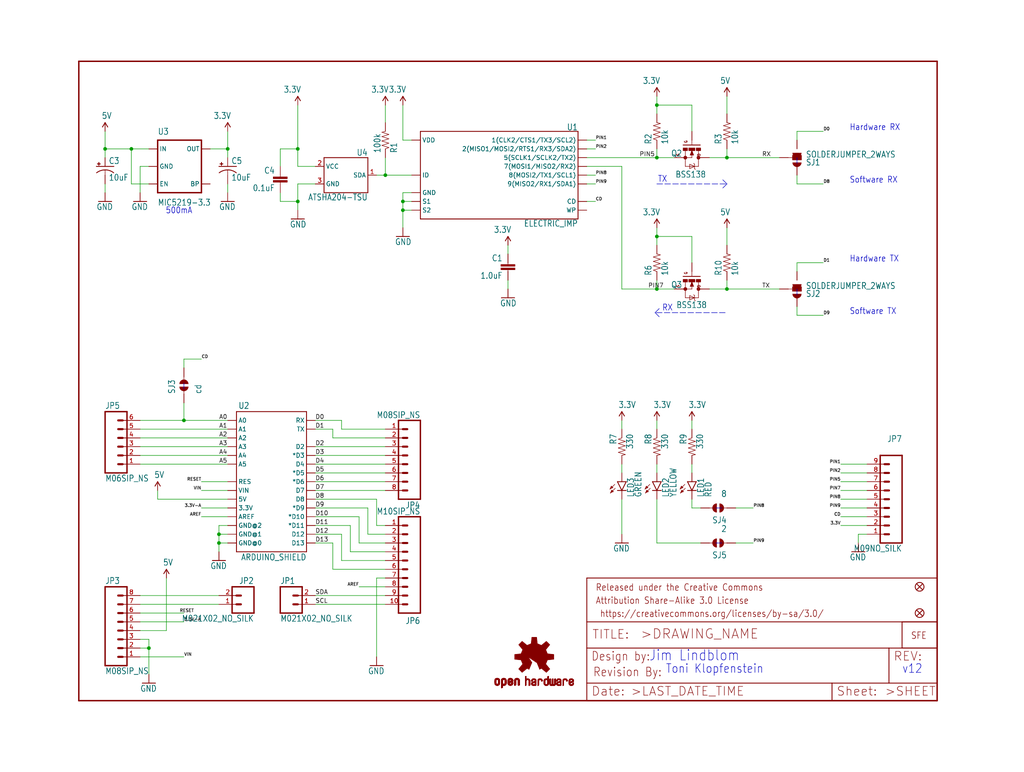
<source format=kicad_sch>
(kicad_sch (version 20211123) (generator eeschema)
  (paper "User" 297.002 223.926)
  (lib_symbols
    (symbol "eagleSchem-eagle-import:0.1UF-25V(+80{slash}-20%)(0603)"
      (property "Reference" "C" (at 1.524 2.921 0))
      (property "Value" "0.1UF-25V(+80{slash}-20%)(0603)" (at 1.524 -2.159 0))
      (symbol "0.1UF-25V(+80{slash}-20%)(0603)_1_0"
        (pin passive line (at 0 5.08 270) (length 2.54) (name "1") (number "1"))
        (pin passive line (at 0 -2.54 90) (length 2.54) (name "2") (number "2"))
      )
    )
    (symbol "eagleSchem-eagle-import:1.0UF-16V-10%(0603)"
      (property "Reference" "C" (at 1.524 2.921 0))
      (property "Value" "1.0UF-16V-10%(0603)" (at 1.524 -2.159 0))
      (symbol "1.0UF-16V-10%(0603)_1_0"
        (pin passive line (at 0 5.08 270) (length 2.54) (name "1") (number "1"))
        (pin passive line (at 0 -2.54 90) (length 2.54) (name "2") (number "2"))
      )
    )
    (symbol "eagleSchem-eagle-import:100KOHM1{slash}10W1%(0603)"
      (property "Reference" "R" (at -3.81 1.4986 0))
      (property "Value" "100KOHM1{slash}10W1%(0603)" (at -3.81 -3.302 0))
      (symbol "100KOHM1{slash}10W1%(0603)_1_0"
        (pin passive line (at -5.08 0 0) (length 2.54) (name "1") (number "1"))
        (pin passive line (at 5.08 0 180) (length 2.54) (name "2") (number "2"))
      )
    )
    (symbol "eagleSchem-eagle-import:10KOHM1{slash}10W1%(0603)0603"
      (property "Reference" "R" (at -3.81 1.4986 0))
      (property "Value" "10KOHM1{slash}10W1%(0603)0603" (at -3.81 -3.302 0))
      (symbol "10KOHM1{slash}10W1%(0603)0603_1_0"
        (pin passive line (at -5.08 0 0) (length 2.54) (name "1") (number "1"))
        (pin passive line (at 5.08 0 180) (length 2.54) (name "2") (number "2"))
      )
    )
    (symbol "eagleSchem-eagle-import:10UF-16V-10%(TANT)"
      (property "Reference" "C" (at 1.016 0.635 0))
      (property "Value" "10UF-16V-10%(TANT)" (at 1.016 -4.191 0))
      (symbol "10UF-16V-10%(TANT)_1_0"
        (pin passive line (at 0 2.54 270) (length 2.54) (name "+") (number "A"))
        (pin passive line (at 0 -5.08 90) (length 2.54) (name "-") (number "C"))
      )
    )
    (symbol "eagleSchem-eagle-import:3.3V" (power)
      (property "Value" "3.3V" (at -1.016 3.556 0))
      (symbol "3.3V_1_0"
        (pin power_in line (at 0 0 90) (length 2.54) (name "3.3V") (number "1"))
      )
    )
    (symbol "eagleSchem-eagle-import:330OHM1{slash}10W1%(0603)"
      (property "Reference" "R" (at -3.81 1.4986 0))
      (property "Value" "330OHM1{slash}10W1%(0603)" (at -3.81 -3.302 0))
      (symbol "330OHM1{slash}10W1%(0603)_1_0"
        (pin passive line (at -5.08 0 0) (length 2.54) (name "1") (number "1"))
        (pin passive line (at 5.08 0 180) (length 2.54) (name "2") (number "2"))
      )
    )
    (symbol "eagleSchem-eagle-import:5V" (power)
      (property "Value" "5V" (at -1.016 3.556 0))
      (symbol "5V_1_0"
        (pin power_in line (at 0 0 90) (length 2.54) (name "5V") (number "1"))
      )
    )
    (symbol "eagleSchem-eagle-import:ARDUINO_SHIELDNOHOLESORLABELS"
      (property "Reference" "U" (at -9.652 21.082 0))
      (property "Value" "ARDUINO_SHIELDNOHOLESORLABELS" (at -8.89 -22.86 0))
      (symbol "ARDUINO_SHIELDNOHOLESORLABELS_1_0"
        (pin bidirectional line (at -12.7 -7.62 0) (length 2.54) (name "3.3V") (number "3.3V"))
        (pin bidirectional line (at -12.7 -5.08 0) (length 2.54) (name "5V") (number "5V"))
        (pin bidirectional line (at -12.7 17.78 0) (length 2.54) (name "A0") (number "A0"))
        (pin bidirectional line (at -12.7 15.24 0) (length 2.54) (name "A1") (number "A1"))
        (pin bidirectional line (at -12.7 12.7 0) (length 2.54) (name "A2") (number "A2"))
        (pin bidirectional line (at -12.7 10.16 0) (length 2.54) (name "A3") (number "A3"))
        (pin bidirectional line (at -12.7 7.62 0) (length 2.54) (name "A4") (number "A4"))
        (pin bidirectional line (at -12.7 5.08 0) (length 2.54) (name "A5") (number "A5"))
        (pin bidirectional line (at -12.7 -10.16 0) (length 2.54) (name "AREF") (number "AREF"))
        (pin bidirectional line (at 12.7 -10.16 180) (length 2.54) (name "*D10") (number "D10"))
        (pin bidirectional line (at 12.7 -12.7 180) (length 2.54) (name "*D11") (number "D11"))
        (pin bidirectional line (at 12.7 -15.24 180) (length 2.54) (name "D12") (number "D12"))
        (pin bidirectional line (at 12.7 -17.78 180) (length 2.54) (name "D13") (number "D13"))
        (pin bidirectional line (at 12.7 10.16 180) (length 2.54) (name "D2") (number "D2"))
        (pin bidirectional line (at 12.7 7.62 180) (length 2.54) (name "*D3") (number "D3"))
        (pin bidirectional line (at 12.7 5.08 180) (length 2.54) (name "D4") (number "D4"))
        (pin bidirectional line (at 12.7 2.54 180) (length 2.54) (name "*D5") (number "D5"))
        (pin bidirectional line (at 12.7 0 180) (length 2.54) (name "*D6") (number "D6"))
        (pin bidirectional line (at 12.7 -2.54 180) (length 2.54) (name "D7") (number "D7"))
        (pin bidirectional line (at 12.7 -5.08 180) (length 2.54) (name "D8") (number "D8"))
        (pin bidirectional line (at 12.7 -7.62 180) (length 2.54) (name "*D9") (number "D9"))
        (pin bidirectional line (at -12.7 -17.78 0) (length 2.54) (name "GND@0") (number "GND@0"))
        (pin bidirectional line (at -12.7 -15.24 0) (length 2.54) (name "GND@1") (number "GND@1"))
        (pin bidirectional line (at -12.7 -12.7 0) (length 2.54) (name "GND@2") (number "GND@2"))
        (pin bidirectional line (at -12.7 0 0) (length 2.54) (name "RES") (number "RES"))
        (pin bidirectional line (at 12.7 17.78 180) (length 2.54) (name "RX") (number "RX"))
        (pin bidirectional line (at 12.7 15.24 180) (length 2.54) (name "TX") (number "TX"))
        (pin bidirectional line (at -12.7 -2.54 0) (length 2.54) (name "VIN") (number "VIN"))
      )
    )
    (symbol "eagleSchem-eagle-import:ATSHA204-TSU"
      (property "Reference" "U" (at -7.62 5.588 0))
      (property "Value" "ATSHA204-TSU" (at -7.62 -7.366 0))
      (symbol "ATSHA204-TSU_1_0"
        (pin bidirectional line (at -10.16 0 0) (length 2.54) (name "SDA") (number "1"))
        (pin bidirectional line (at 7.62 2.54 180) (length 2.54) (name "VCC") (number "2"))
        (pin bidirectional line (at 7.62 -2.54 180) (length 2.54) (name "GND") (number "3"))
      )
    )
    (symbol "eagleSchem-eagle-import:ELECTRIC_IMP"
      (property "Reference" "U" (at -22.86 12.954 0))
      (property "Value" "ELECTRIC_IMP" (at -22.86 -14.986 0))
      (symbol "ELECTRIC_IMP_1_0"
        (pin bidirectional line (at -25.4 10.16 0) (length 2.54) (name "1(CLK2/CTS1/TX3/SCL2)") (number "1"))
        (pin bidirectional line (at -25.4 7.62 0) (length 2.54) (name "2(MISO1/MOSI2/RTS1/RX3/SDA2)") (number "2"))
        (pin bidirectional line (at 25.4 -5.08 180) (length 2.54) (name "GND") (number "3"))
        (pin bidirectional line (at 25.4 10.16 180) (length 2.54) (name "VDD") (number "4"))
        (pin bidirectional line (at -25.4 5.08 0) (length 2.54) (name "5(SCLK1/SCLK2/TX2)") (number "5"))
        (pin bidirectional line (at 25.4 0 180) (length 2.54) (name "ID") (number "6"))
        (pin bidirectional line (at -25.4 2.54 0) (length 2.54) (name "7(MOSI1/MISO2/RX2)") (number "7"))
        (pin bidirectional line (at -25.4 0 0) (length 2.54) (name "8(MOSI2/TX1/SCL1)") (number "8"))
        (pin bidirectional line (at -25.4 -2.54 0) (length 2.54) (name "9(MISO2/RX1/SDA1)") (number "9"))
        (pin bidirectional line (at -25.4 -7.62 0) (length 2.54) (name "CD") (number "CD"))
        (pin bidirectional line (at 25.4 -7.62 180) (length 2.54) (name "S1") (number "SH@1"))
        (pin bidirectional line (at 25.4 -10.16 180) (length 2.54) (name "S2") (number "SH@2"))
        (pin bidirectional line (at -25.4 -10.16 0) (length 2.54) (name "WP") (number "WP"))
      )
    )
    (symbol "eagleSchem-eagle-import:FIDUCIAL1X2")
    (symbol "eagleSchem-eagle-import:FRAME-LETTER"
      (symbol "FRAME-LETTER_2_0"
        (text " https://creativecommons.org/licenses/by-sa/3.0/" (at 2.54 24.13 0) (effects (font (size 1.9304 1.6408)) (justify left bottom)))
        (text ">DRAWING_NAME" (at 15.494 17.78 0) (effects (font (size 2.7432 2.7432)) (justify left bottom)))
        (text ">LAST_DATE_TIME" (at 12.7 1.27 0) (effects (font (size 2.54 2.54)) (justify left bottom)))
        (text ">SHEET" (at 86.36 1.27 0) (effects (font (size 2.54 2.54)) (justify left bottom)))
        (text "Attribution Share-Alike 3.0 License" (at 2.54 27.94 0) (effects (font (size 1.9304 1.6408)) (justify left bottom)))
        (text "Date:" (at 1.27 1.27 0) (effects (font (size 2.54 2.54)) (justify left bottom)))
        (text "Design by:" (at 1.27 11.43 0) (effects (font (size 2.54 2.159)) (justify left bottom)))
        (text "Released under the Creative Commons" (at 2.54 31.75 0) (effects (font (size 1.9304 1.6408)) (justify left bottom)))
        (text "REV:" (at 88.9 11.43 0) (effects (font (size 2.54 2.54)) (justify left bottom)))
        (text "Sheet:" (at 72.39 1.27 0) (effects (font (size 2.54 2.54)) (justify left bottom)))
        (text "TITLE:" (at 1.524 17.78 0) (effects (font (size 2.54 2.54)) (justify left bottom)))
      )
    )
    (symbol "eagleSchem-eagle-import:GND" (power)
      (property "Value" "GND" (at -2.54 -2.54 0))
      (symbol "GND_1_0"
        (pin power_in line (at 0 2.54 270) (length 2.54) (name "GND") (number "1"))
      )
    )
    (symbol "eagleSchem-eagle-import:LED-GREEN0603"
      (property "Reference" "D" (at 3.556 -4.572 90))
      (property "Value" "LED-GREEN0603" (at 5.715 -4.572 90))
      (symbol "LED-GREEN0603_1_0"
        (pin passive line (at 0 2.54 270) (length 2.54) (name "A") (number "A"))
        (pin passive line (at 0 -5.08 90) (length 2.54) (name "C") (number "C"))
      )
    )
    (symbol "eagleSchem-eagle-import:LED-RED0603"
      (property "Reference" "D" (at 3.556 -4.572 90))
      (property "Value" "LED-RED0603" (at 5.715 -4.572 90))
      (symbol "LED-RED0603_1_0"
        (pin passive line (at 0 2.54 270) (length 2.54) (name "A") (number "A"))
        (pin passive line (at 0 -5.08 90) (length 2.54) (name "C") (number "C"))
      )
    )
    (symbol "eagleSchem-eagle-import:LED-YELLOW0603"
      (property "Reference" "D" (at 3.556 -4.572 90))
      (property "Value" "LED-YELLOW0603" (at 5.715 -4.572 90))
      (symbol "LED-YELLOW0603_1_0"
        (pin passive line (at 0 2.54 270) (length 2.54) (name "A") (number "A"))
        (pin passive line (at 0 -5.08 90) (length 2.54) (name "C") (number "C"))
      )
    )
    (symbol "eagleSchem-eagle-import:LOGO-SFENW2"
      (symbol "LOGO-SFENW2_1_0"
        (text "SFE" (at 0 0 0) (effects (font (size 1.9304 1.6408)) (justify left bottom)))
      )
    )
    (symbol "eagleSchem-eagle-import:M021X02_NO_SILK"
      (property "Reference" "JP" (at -2.54 5.842 0))
      (property "Value" "M021X02_NO_SILK" (at -2.54 -5.08 0))
      (symbol "M021X02_NO_SILK_1_0"
        (pin passive line (at 7.62 0 180) (length 5.08) (name "1") (number "1"))
        (pin passive line (at 7.62 2.54 180) (length 5.08) (name "2") (number "2"))
      )
    )
    (symbol "eagleSchem-eagle-import:M06SIP_NS"
      (property "Reference" "JP" (at -5.08 10.922 0))
      (property "Value" "M06SIP_NS" (at -5.08 -10.16 0))
      (symbol "M06SIP_NS_1_0"
        (pin passive line (at 5.08 -5.08 180) (length 5.08) (name "1") (number "1"))
        (pin passive line (at 5.08 -2.54 180) (length 5.08) (name "2") (number "2"))
        (pin passive line (at 5.08 0 180) (length 5.08) (name "3") (number "3"))
        (pin passive line (at 5.08 2.54 180) (length 5.08) (name "4") (number "4"))
        (pin passive line (at 5.08 5.08 180) (length 5.08) (name "5") (number "5"))
        (pin passive line (at 5.08 7.62 180) (length 5.08) (name "6") (number "6"))
      )
    )
    (symbol "eagleSchem-eagle-import:M08SIP_NS"
      (property "Reference" "JP" (at -5.08 13.462 0))
      (property "Value" "M08SIP_NS" (at -5.08 -12.7 0))
      (symbol "M08SIP_NS_1_0"
        (pin passive line (at 5.08 -7.62 180) (length 5.08) (name "1") (number "1"))
        (pin passive line (at 5.08 -5.08 180) (length 5.08) (name "2") (number "2"))
        (pin passive line (at 5.08 -2.54 180) (length 5.08) (name "3") (number "3"))
        (pin passive line (at 5.08 0 180) (length 5.08) (name "4") (number "4"))
        (pin passive line (at 5.08 2.54 180) (length 5.08) (name "5") (number "5"))
        (pin passive line (at 5.08 5.08 180) (length 5.08) (name "6") (number "6"))
        (pin passive line (at 5.08 7.62 180) (length 5.08) (name "7") (number "7"))
        (pin passive line (at 5.08 10.16 180) (length 5.08) (name "8") (number "8"))
      )
    )
    (symbol "eagleSchem-eagle-import:M09NO_SILK"
      (property "Reference" "JP" (at 0 16.51 0))
      (property "Value" "M09NO_SILK" (at 0 -15.24 0))
      (symbol "M09NO_SILK_1_0"
        (pin passive line (at 10.16 -10.16 180) (length 5.08) (name "1") (number "1"))
        (pin passive line (at 10.16 -7.62 180) (length 5.08) (name "2") (number "2"))
        (pin passive line (at 10.16 -5.08 180) (length 5.08) (name "3") (number "3"))
        (pin passive line (at 10.16 -2.54 180) (length 5.08) (name "4") (number "4"))
        (pin passive line (at 10.16 0 180) (length 5.08) (name "5") (number "5"))
        (pin passive line (at 10.16 2.54 180) (length 5.08) (name "6") (number "6"))
        (pin passive line (at 10.16 5.08 180) (length 5.08) (name "7") (number "7"))
        (pin passive line (at 10.16 7.62 180) (length 5.08) (name "8") (number "8"))
        (pin passive line (at 10.16 10.16 180) (length 5.08) (name "9") (number "9"))
      )
    )
    (symbol "eagleSchem-eagle-import:M10SIP_NS"
      (property "Reference" "JP" (at 0 8.89 0))
      (property "Value" "M10SIP_NS" (at 0 -22.86 0))
      (symbol "M10SIP_NS_1_0"
        (pin passive line (at 10.16 -17.78 180) (length 5.08) (name "1") (number "1"))
        (pin passive line (at 10.16 5.08 180) (length 5.08) (name "10") (number "10"))
        (pin passive line (at 10.16 -15.24 180) (length 5.08) (name "2") (number "2"))
        (pin passive line (at 10.16 -12.7 180) (length 5.08) (name "3") (number "3"))
        (pin passive line (at 10.16 -10.16 180) (length 5.08) (name "4") (number "4"))
        (pin passive line (at 10.16 -7.62 180) (length 5.08) (name "5") (number "5"))
        (pin passive line (at 10.16 -5.08 180) (length 5.08) (name "6") (number "6"))
        (pin passive line (at 10.16 -2.54 180) (length 5.08) (name "7") (number "7"))
        (pin passive line (at 10.16 0 180) (length 5.08) (name "8") (number "8"))
        (pin passive line (at 10.16 2.54 180) (length 5.08) (name "9") (number "9"))
      )
    )
    (symbol "eagleSchem-eagle-import:MOSFET-NCHANNELSMD"
      (property "Reference" "Q" (at 5.08 2.54 0))
      (property "Value" "MOSFET-NCHANNELSMD" (at 5.08 0 0))
      (symbol "MOSFET-NCHANNELSMD_1_0"
        (text "D" (at -1.27 2.54 0) (effects (font (size 0.8128 0.6908)) (justify left bottom)))
        (text "G" (at -5.08 -1.27 0) (effects (font (size 0.8128 0.6908)) (justify left bottom)))
        (text "S" (at -1.27 -3.556 0) (effects (font (size 0.8128 0.6908)) (justify left bottom)))
        (pin passive line (at -7.62 0 0) (length 2.54) (name "G") (number "1"))
        (pin passive line (at 0 -5.08 90) (length 2.54) (name "S") (number "2"))
        (pin passive line (at 0 5.08 270) (length 2.54) (name "D") (number "3"))
      )
    )
    (symbol "eagleSchem-eagle-import:OSHW-LOGOS")
    (symbol "eagleSchem-eagle-import:REVISION"
      (symbol "REVISION_1_0"
        (text "Revision By: " (at 0 0 0) (effects (font (size 2.54 2.159)) (justify left bottom)))
      )
    )
    (symbol "eagleSchem-eagle-import:SOLDERJUMPERTRACE"
      (property "Reference" "SJ" (at -2.54 2.54 0))
      (property "Value" "SOLDERJUMPERTRACE" (at -2.54 -5.08 0))
      (symbol "SOLDERJUMPERTRACE_1_0"
        (pin passive line (at -5.08 0 0) (length 2.54) (name "1") (number "1"))
        (pin passive line (at 5.08 0 180) (length 2.54) (name "2") (number "2"))
      )
    )
    (symbol "eagleSchem-eagle-import:SOLDERJUMPER_2WAYS"
      (property "Reference" "SJ" (at 2.54 0.381 0))
      (property "Value" "SOLDERJUMPER_2WAYS" (at 2.54 -1.905 0))
      (symbol "SOLDERJUMPER_2WAYS_1_0"
        (pin passive line (at 0 5.08 270) (length 2.54) (name "1") (number "1"))
        (pin passive line (at -5.08 0 0) (length 2.54) (name "2") (number "2"))
        (pin passive line (at 0 -5.08 90) (length 2.54) (name "3") (number "3"))
      )
    )
    (symbol "eagleSchem-eagle-import:V_REG_LDOSMD"
      (property "Reference" "U" (at -7.62 9.144 0))
      (property "Value" "V_REG_LDOSMD" (at -7.62 -11.43 0))
      (symbol "V_REG_LDOSMD_1_0"
        (pin input line (at -10.16 5.08 0) (length 2.54) (name "IN") (number "1"))
        (pin input line (at -10.16 0 0) (length 2.54) (name "GND") (number "2"))
        (pin input line (at -10.16 -5.08 0) (length 2.54) (name "EN") (number "3"))
        (pin input line (at 7.62 -5.08 180) (length 2.54) (name "BP") (number "4"))
        (pin passive line (at 7.62 5.08 180) (length 2.54) (name "OUT") (number "5"))
      )
    )
  )
  (junction (at 43.18 187.96))
  (junction (at 30.48 43.18))
  (junction (at 210.82 83.82))
  (junction (at 63.5 157.48))
  (junction (at 66.04 43.18))
  (junction (at 190.5 30.48))
  (junction (at 86.36 58.42))
  (junction (at 86.36 43.18))
  (junction (at 53.34 121.92))
  (junction (at 190.5 83.82))
  (junction (at 190.5 45.72))
  (junction (at 63.5 154.94))
  (junction (at 190.5 68.58))
  (junction (at 210.82 45.72))
  (junction (at 116.84 58.42))
  (junction (at 116.84 60.96))
  (junction (at 111.76 50.8))
  (junction (at 38.1 43.18))
  (wire (pts (xy 119.38 60.96) (xy 116.84 60.96)))
  (wire (pts (xy 38.1 43.18) (xy 30.48 43.18)))
  (polyline (pts (xy 209.296 157.48) (xy 207.264 157.48)))
  (wire (pts (xy 111.76 170.18) (xy 104.14 170.18)))
  (wire (pts (xy 63.5 175.26) (xy 40.64 175.26)))
  (wire (pts (xy 195.58 45.72) (xy 190.5 45.72)))
  (wire (pts (xy 40.64 132.08) (xy 66.04 132.08)))
  (wire (pts (xy 170.18 43.18) (xy 172.72 43.18)))
  (wire (pts (xy 111.76 167.64) (xy 109.22 167.64)))
  (wire (pts (xy 116.84 55.88) (xy 116.84 58.42)))
  (polyline (pts (xy 53.34 112.776) (xy 53.34 110.744)))
  (wire (pts (xy 147.32 71.12) (xy 147.32 73.66)))
  (wire (pts (xy 86.36 58.42) (xy 86.36 60.96)))
  (wire (pts (xy 190.5 134.62) (xy 190.5 137.16)))
  (wire (pts (xy 45.72 144.78) (xy 45.72 142.24)))
  (wire (pts (xy 96.52 165.1) (xy 111.76 165.1)))
  (wire (pts (xy 40.64 182.88) (xy 48.26 182.88)))
  (wire (pts (xy 81.28 43.18) (xy 86.36 43.18)))
  (wire (pts (xy 180.34 48.26) (xy 170.18 48.26)))
  (wire (pts (xy 251.46 142.24) (xy 243.84 142.24)))
  (wire (pts (xy 99.06 121.92) (xy 99.06 124.46)))
  (wire (pts (xy 190.5 121.92) (xy 190.5 124.46)))
  (polyline (pts (xy 210.82 53.34) (xy 209.55 52.07)))
  (wire (pts (xy 99.06 124.46) (xy 111.76 124.46)))
  (wire (pts (xy 180.34 121.92) (xy 180.34 124.46)))
  (wire (pts (xy 170.18 53.34) (xy 172.72 53.34)))
  (wire (pts (xy 40.64 180.34) (xy 53.34 180.34)))
  (polyline (pts (xy 209.296 147.32) (xy 207.264 147.32)))
  (wire (pts (xy 66.04 134.62) (xy 40.64 134.62)))
  (wire (pts (xy 66.04 142.24) (xy 58.42 142.24)))
  (wire (pts (xy 210.82 83.82) (xy 210.82 81.28)))
  (wire (pts (xy 66.04 43.18) (xy 66.04 45.72)))
  (wire (pts (xy 53.34 106.68) (xy 53.34 104.14)))
  (wire (pts (xy 40.64 124.46) (xy 66.04 124.46)))
  (wire (pts (xy 111.76 50.8) (xy 109.22 50.8)))
  (wire (pts (xy 43.18 48.26) (xy 40.64 48.26)))
  (wire (pts (xy 66.04 149.86) (xy 58.42 149.86)))
  (wire (pts (xy 109.22 144.78) (xy 109.22 152.4)))
  (wire (pts (xy 40.64 190.5) (xy 53.34 190.5)))
  (wire (pts (xy 53.34 121.92) (xy 66.04 121.92)))
  (wire (pts (xy 91.44 53.34) (xy 86.36 53.34)))
  (wire (pts (xy 91.44 134.62) (xy 111.76 134.62)))
  (wire (pts (xy 210.82 45.72) (xy 210.82 43.18)))
  (wire (pts (xy 81.28 58.42) (xy 86.36 58.42)))
  (wire (pts (xy 190.5 45.72) (xy 170.18 45.72)))
  (polyline (pts (xy 190.5 53.34) (xy 210.82 53.34)))
  (wire (pts (xy 200.66 38.1) (xy 200.66 30.48)))
  (wire (pts (xy 111.76 172.72) (xy 91.44 172.72)))
  (wire (pts (xy 91.44 142.24) (xy 111.76 142.24)))
  (wire (pts (xy 170.18 40.64) (xy 172.72 40.64)))
  (wire (pts (xy 60.96 43.18) (xy 66.04 43.18)))
  (wire (pts (xy 91.44 152.4) (xy 101.6 152.4)))
  (wire (pts (xy 195.58 83.82) (xy 190.5 83.82)))
  (wire (pts (xy 86.36 48.26) (xy 86.36 43.18)))
  (wire (pts (xy 101.6 160.02) (xy 111.76 160.02)))
  (wire (pts (xy 43.18 185.42) (xy 43.18 187.96)))
  (wire (pts (xy 190.5 66.04) (xy 190.5 68.58)))
  (wire (pts (xy 63.5 152.4) (xy 63.5 154.94)))
  (wire (pts (xy 43.18 53.34) (xy 38.1 53.34)))
  (wire (pts (xy 251.46 147.32) (xy 243.84 147.32)))
  (wire (pts (xy 91.44 129.54) (xy 111.76 129.54)))
  (wire (pts (xy 99.06 162.56) (xy 111.76 162.56)))
  (wire (pts (xy 66.04 43.18) (xy 66.04 38.1)))
  (wire (pts (xy 109.22 152.4) (xy 111.76 152.4)))
  (wire (pts (xy 200.66 30.48) (xy 190.5 30.48)))
  (wire (pts (xy 213.36 157.48) (xy 218.44 157.48)))
  (wire (pts (xy 30.48 55.88) (xy 30.48 53.34)))
  (wire (pts (xy 200.66 76.2) (xy 200.66 68.58)))
  (wire (pts (xy 109.22 167.64) (xy 109.22 190.5)))
  (wire (pts (xy 30.48 43.18) (xy 30.48 45.72)))
  (wire (pts (xy 91.44 147.32) (xy 106.68 147.32)))
  (wire (pts (xy 180.34 83.82) (xy 180.34 48.26)))
  (wire (pts (xy 231.14 88.9) (xy 231.14 91.44)))
  (wire (pts (xy 231.14 38.1) (xy 238.76 38.1)))
  (wire (pts (xy 251.46 149.86) (xy 243.84 149.86)))
  (wire (pts (xy 200.66 121.92) (xy 200.66 124.46)))
  (wire (pts (xy 147.32 83.82) (xy 147.32 81.28)))
  (wire (pts (xy 40.64 185.42) (xy 43.18 185.42)))
  (wire (pts (xy 53.34 104.14) (xy 58.42 104.14)))
  (wire (pts (xy 170.18 50.8) (xy 172.72 50.8)))
  (wire (pts (xy 91.44 124.46) (xy 96.52 124.46)))
  (wire (pts (xy 251.46 137.16) (xy 243.84 137.16)))
  (wire (pts (xy 251.46 154.94) (xy 248.92 154.94)))
  (wire (pts (xy 91.44 157.48) (xy 96.52 157.48)))
  (polyline (pts (xy 231.14 83.82) (xy 231.14 85.852)))
  (wire (pts (xy 111.76 50.8) (xy 111.76 45.72)))
  (wire (pts (xy 91.44 139.7) (xy 111.76 139.7)))
  (wire (pts (xy 231.14 91.44) (xy 238.76 91.44)))
  (polyline (pts (xy 189.992 90.678) (xy 191.262 89.408)))
  (wire (pts (xy 231.14 40.64) (xy 231.14 38.1)))
  (wire (pts (xy 180.34 134.62) (xy 180.34 137.16)))
  (wire (pts (xy 43.18 43.18) (xy 38.1 43.18)))
  (wire (pts (xy 91.44 144.78) (xy 109.22 144.78)))
  (wire (pts (xy 38.1 53.34) (xy 38.1 43.18)))
  (polyline (pts (xy 210.82 53.34) (xy 209.55 54.61)))
  (wire (pts (xy 40.64 177.8) (xy 53.34 177.8)))
  (wire (pts (xy 231.14 78.74) (xy 231.14 76.2)))
  (wire (pts (xy 106.68 147.32) (xy 106.68 154.94)))
  (wire (pts (xy 101.6 152.4) (xy 101.6 160.02)))
  (wire (pts (xy 66.04 152.4) (xy 63.5 152.4)))
  (wire (pts (xy 40.64 187.96) (xy 43.18 187.96)))
  (wire (pts (xy 205.74 45.72) (xy 210.82 45.72)))
  (wire (pts (xy 190.5 83.82) (xy 190.5 81.28)))
  (wire (pts (xy 200.66 147.32) (xy 200.66 144.78)))
  (wire (pts (xy 63.5 172.72) (xy 40.64 172.72)))
  (wire (pts (xy 200.66 68.58) (xy 190.5 68.58)))
  (wire (pts (xy 43.18 187.96) (xy 43.18 195.58)))
  (polyline (pts (xy 189.992 90.678) (xy 191.262 91.948)))
  (wire (pts (xy 81.28 48.26) (xy 81.28 43.18)))
  (wire (pts (xy 210.82 83.82) (xy 226.06 83.82)))
  (wire (pts (xy 30.48 43.18) (xy 30.48 38.1)))
  (wire (pts (xy 63.5 157.48) (xy 63.5 160.02)))
  (wire (pts (xy 111.76 175.26) (xy 91.44 175.26)))
  (wire (pts (xy 190.5 45.72) (xy 190.5 43.18)))
  (wire (pts (xy 48.26 182.88) (xy 48.26 167.64)))
  (wire (pts (xy 111.76 30.48) (xy 111.76 35.56)))
  (wire (pts (xy 96.52 124.46) (xy 96.52 127)))
  (wire (pts (xy 190.5 83.82) (xy 180.34 83.82)))
  (wire (pts (xy 91.44 121.92) (xy 99.06 121.92)))
  (wire (pts (xy 203.2 157.48) (xy 190.5 157.48)))
  (wire (pts (xy 91.44 154.94) (xy 99.06 154.94)))
  (wire (pts (xy 213.36 147.32) (xy 218.44 147.32)))
  (wire (pts (xy 119.38 40.64) (xy 116.84 40.64)))
  (wire (pts (xy 40.64 127) (xy 66.04 127)))
  (wire (pts (xy 190.5 68.58) (xy 190.5 71.12)))
  (wire (pts (xy 210.82 27.94) (xy 210.82 33.02)))
  (wire (pts (xy 99.06 154.94) (xy 99.06 162.56)))
  (polyline (pts (xy 210.312 90.678) (xy 189.992 90.678)))
  (wire (pts (xy 96.52 127) (xy 111.76 127)))
  (wire (pts (xy 205.74 83.82) (xy 210.82 83.82)))
  (wire (pts (xy 66.04 144.78) (xy 45.72 144.78)))
  (wire (pts (xy 203.2 147.32) (xy 200.66 147.32)))
  (wire (pts (xy 106.68 154.94) (xy 111.76 154.94)))
  (wire (pts (xy 190.5 27.94) (xy 190.5 30.48)))
  (wire (pts (xy 251.46 152.4) (xy 243.84 152.4)))
  (wire (pts (xy 91.44 137.16) (xy 111.76 137.16)))
  (wire (pts (xy 210.82 66.04) (xy 210.82 71.12)))
  (wire (pts (xy 86.36 43.18) (xy 86.36 30.48)))
  (wire (pts (xy 116.84 58.42) (xy 116.84 60.96)))
  (polyline (pts (xy 231.14 45.72) (xy 231.14 47.752)))
  (wire (pts (xy 210.82 45.72) (xy 226.06 45.72)))
  (wire (pts (xy 231.14 53.34) (xy 238.76 53.34)))
  (wire (pts (xy 170.18 58.42) (xy 172.72 58.42)))
  (wire (pts (xy 180.34 154.94) (xy 180.34 144.78)))
  (wire (pts (xy 40.64 121.92) (xy 53.34 121.92)))
  (wire (pts (xy 91.44 48.26) (xy 86.36 48.26)))
  (wire (pts (xy 119.38 58.42) (xy 116.84 58.42)))
  (wire (pts (xy 104.14 149.86) (xy 104.14 157.48)))
  (wire (pts (xy 251.46 134.62) (xy 243.84 134.62)))
  (wire (pts (xy 116.84 60.96) (xy 116.84 66.04)))
  (wire (pts (xy 86.36 53.34) (xy 86.36 58.42)))
  (wire (pts (xy 96.52 157.48) (xy 96.52 165.1)))
  (wire (pts (xy 40.64 48.26) (xy 40.64 55.88)))
  (wire (pts (xy 251.46 144.78) (xy 243.84 144.78)))
  (wire (pts (xy 66.04 139.7) (xy 58.42 139.7)))
  (wire (pts (xy 53.34 116.84) (xy 53.34 121.92)))
  (wire (pts (xy 66.04 55.88) (xy 66.04 53.34)))
  (wire (pts (xy 251.46 139.7) (xy 243.84 139.7)))
  (wire (pts (xy 231.14 50.8) (xy 231.14 53.34)))
  (wire (pts (xy 200.66 134.62) (xy 200.66 137.16)))
  (wire (pts (xy 119.38 50.8) (xy 111.76 50.8)))
  (wire (pts (xy 66.04 157.48) (xy 63.5 157.48)))
  (wire (pts (xy 231.14 76.2) (xy 238.76 76.2)))
  (wire (pts (xy 66.04 147.32) (xy 58.42 147.32)))
  (wire (pts (xy 116.84 40.64) (xy 116.84 30.48)))
  (wire (pts (xy 81.28 55.88) (xy 81.28 58.42)))
  (wire (pts (xy 190.5 30.48) (xy 190.5 33.02)))
  (wire (pts (xy 190.5 157.48) (xy 190.5 144.78)))
  (wire (pts (xy 119.38 55.88) (xy 116.84 55.88)))
  (wire (pts (xy 63.5 154.94) (xy 63.5 157.48)))
  (wire (pts (xy 248.92 154.94) (xy 248.92 157.48)))
  (wire (pts (xy 104.14 157.48) (xy 111.76 157.48)))
  (wire (pts (xy 66.04 154.94) (xy 63.5 154.94)))
  (wire (pts (xy 40.64 129.54) (xy 66.04 129.54)))
  (wire (pts (xy 91.44 149.86) (xy 104.14 149.86)))
  (wire (pts (xy 91.44 132.08) (xy 111.76 132.08)))
  (text "500mA" (at 48.006 62.23 180) (effects (font (size 1.778 1.5113)) (justify left bottom)))
  (text "Hardware RX" (at 246.38 38.1 180) (effects (font (size 1.778 1.5113)) (justify left bottom)))
  (text "Toni Klopfenstein" (at 193.04 195.58 180) (effects (font (size 2.54 2.159)) (justify left bottom)))
  (text "RX" (at 192.024 90.424 180) (effects (font (size 1.778 1.5113)) (justify left bottom)))
  (text "Jim Lindblom" (at 188.214 192.024 180) (effects (font (size 3.048 2.5908)) (justify left bottom)))
  (text "Hardware TX" (at 246.38 76.2 180) (effects (font (size 1.778 1.5113)) (justify left bottom)))
  (text "Software RX" (at 246.38 53.34 180) (effects (font (size 1.778 1.5113)) (justify left bottom)))
  (text "Software TX" (at 246.38 91.44 180) (effects (font (size 1.778 1.5113)) (justify left bottom)))
  (text "v12" (at 261.62 195.58 180) (effects (font (size 2.54 2.159)) (justify left bottom)))
  (text "TX" (at 193.548 53.086 180) (effects (font (size 1.778 1.5113)) (justify right bottom)))
  (label "D11" (at 91.44 152.4 0) (effects (font (size 1.2446 1.2446))))
  (label "D12" (at 91.44 154.94 0) (effects (font (size 1.2446 1.2446))))
  (label "TX" (at 220.98 83.82 0) (effects (font (size 1.2446 1.2446))))
  (label "3.3V-A" (at 58.42 147.32 180) (effects (font (size 0.889 0.889))))
  (label "RESET" (at 58.42 139.7 180) (effects (font (size 0.889 0.889))))
  (label "D4" (at 91.44 134.62 0) (effects (font (size 1.2446 1.2446))))
  (label "SDA" (at 91.44 172.72 0) (effects (font (size 1.2446 1.2446))))
  (label "AREF" (at 104.14 170.18 180) (effects (font (size 0.889 0.889))))
  (label "D6" (at 91.44 139.7 0) (effects (font (size 1.2446 1.2446))))
  (label "PIN1" (at 243.84 134.62 180) (effects (font (size 0.889 0.889))))
  (label "AREF" (at 58.42 149.86 180) (effects (font (size 0.889 0.889))))
  (label "PIN5" (at 243.84 139.7 180) (effects (font (size 0.889 0.889))))
  (label "PIN2" (at 243.84 137.16 180) (effects (font (size 0.889 0.889))))
  (label "VIN" (at 58.42 142.24 180) (effects (font (size 0.889 0.889))))
  (label "A2" (at 63.5 127 0) (effects (font (size 1.2446 1.2446))))
  (label "D2" (at 91.44 129.54 0) (effects (font (size 1.2446 1.2446))))
  (label "A0" (at 63.5 121.92 0) (effects (font (size 1.2446 1.2446))))
  (label "VIN" (at 53.34 190.5 0) (effects (font (size 0.889 0.889))))
  (label "D1" (at 238.76 76.2 0) (effects (font (size 0.889 0.889))))
  (label "3.3V" (at 243.84 152.4 180) (effects (font (size 0.889 0.889))))
  (label "A1" (at 63.5 124.46 0) (effects (font (size 1.2446 1.2446))))
  (label "A5" (at 63.5 134.62 0) (effects (font (size 1.2446 1.2446))))
  (label "D0" (at 91.44 121.92 0) (effects (font (size 1.2446 1.2446))))
  (label "PIN9" (at 218.44 157.48 0) (effects (font (size 0.889 0.889))))
  (label "D7" (at 91.44 142.24 0) (effects (font (size 1.2446 1.2446))))
  (label "D13" (at 91.44 157.48 0) (effects (font (size 1.2446 1.2446))))
  (label "SCL" (at 91.44 175.26 0) (effects (font (size 1.2446 1.2446))))
  (label "A3" (at 63.5 129.54 0) (effects (font (size 1.2446 1.2446))))
  (label "RX" (at 220.98 45.72 0) (effects (font (size 1.2446 1.2446))))
  (label "PIN7" (at 187.96 83.82 0) (effects (font (size 1.2446 1.2446))))
  (label "PIN5" (at 185.42 45.72 0) (effects (font (size 1.2446 1.2446))))
  (label "PIN2" (at 172.72 43.18 0) (effects (font (size 0.889 0.889))))
  (label "D1" (at 91.44 124.46 0) (effects (font (size 1.2446 1.2446))))
  (label "CD" (at 172.72 58.42 0) (effects (font (size 0.889 0.889))))
  (label "RESET" (at 52.07 177.8 0) (effects (font (size 0.889 0.889))))
  (label "3.3V-A" (at 53.34 180.34 0) (effects (font (size 0.889 0.889))))
  (label "D10" (at 91.44 149.86 0) (effects (font (size 1.2446 1.2446))))
  (label "PIN8" (at 243.84 144.78 180) (effects (font (size 0.889 0.889))))
  (label "D3" (at 91.44 132.08 0) (effects (font (size 1.2446 1.2446))))
  (label "CD" (at 243.84 149.86 180) (effects (font (size 0.889 0.889))))
  (label "D9" (at 91.44 147.32 0) (effects (font (size 1.2446 1.2446))))
  (label "CD" (at 58.42 104.14 0) (effects (font (size 0.889 0.889))))
  (label "D8" (at 91.44 144.78 0) (effects (font (size 1.2446 1.2446))))
  (label "PIN8" (at 172.72 50.8 0) (effects (font (size 0.889 0.889))))
  (label "PIN7" (at 243.84 142.24 180) (effects (font (size 0.889 0.889))))
  (label "D0" (at 238.76 38.1 0) (effects (font (size 0.889 0.889))))
  (label "PIN1" (at 172.72 40.64 0) (effects (font (size 0.889 0.889))))
  (label "A4" (at 63.5 132.08 0) (effects (font (size 1.2446 1.2446))))
  (label "D5" (at 91.44 137.16 0) (effects (font (size 1.2446 1.2446))))
  (label "PIN8" (at 218.44 147.32 0) (effects (font (size 0.889 0.889))))
  (label "D8" (at 238.76 53.34 0) (effects (font (size 0.889 0.889))))
  (label "PIN9" (at 243.84 147.32 180) (effects (font (size 0.889 0.889))))
  (label "D9" (at 238.76 91.44 0) (effects (font (size 0.889 0.889))))
  (label "PIN9" (at 172.72 53.34 0) (effects (font (size 0.889 0.889))))
  (symbol (lib_id "eagleSchem-eagle-import:GND") (at 63.5 162.56 0) (unit 1)
    (property "Reference" "#GND5" (effects hide))
    (property "Value" "GND" (at 60.96 165.1 0) (effects (font (size 1.778 1.5113)) (justify left bottom)))
    (property "Footprint" "eagleSchem:" (effects hide))
  )
  (symbol (lib_id "eagleSchem-eagle-import:ARDUINO_SHIELDNOHOLESORLABELS") (at 78.74 139.7 0) (unit 1)
    (property "Reference" "U2" (at 69.088 118.618 0) (effects (font (size 1.778 1.5113)) (justify left bottom)))
    (property "Value" "ARDUINO_SHIELD" (at 69.85 162.56 0) (effects (font (size 1.778 1.5113)) (justify left bottom)))
    (property "Footprint" "eagleSchem:DUEMILANOVE_SHIELD_NOHOLES_NOLABELS" (effects hide))
  )
  (symbol (lib_id "eagleSchem-eagle-import:3.3V") (at 200.66 121.92 0) (unit 1)
    (property "Reference" "#P+9" (effects hide))
    (property "Value" "3.3V" (at 199.644 118.364 0) (effects (font (size 1.778 1.5113)) (justify left bottom)))
    (property "Footprint" "eagleSchem:" (effects hide))
  )
  (symbol (lib_id "eagleSchem-eagle-import:GND") (at 116.84 68.58 0) (mirror y) (unit 1)
    (property "Reference" "#GND1" (effects hide))
    (property "Value" "GND" (at 119.38 71.12 0) (effects (font (size 1.778 1.5113)) (justify left bottom)))
    (property "Footprint" "eagleSchem:" (effects hide))
  )
  (symbol (lib_id "eagleSchem-eagle-import:FRAME-LETTER") (at 170.18 203.2 0) (unit 2)
    (property "Reference" "FRAME1" (effects hide))
    (property "Value" "FRAME-LETTER" (effects hide))
    (property "Footprint" "eagleSchem:CREATIVE_COMMONS" (effects hide))
  )
  (symbol (lib_id "eagleSchem-eagle-import:330OHM1{slash}10W1%(0603)") (at 190.5 129.54 90) (mirror x) (unit 1)
    (property "Reference" "R8" (at 189.0014 125.73 0) (effects (font (size 1.778 1.5113)) (justify left bottom)))
    (property "Value" "330" (at 193.802 125.73 0) (effects (font (size 1.778 1.5113)) (justify left bottom)))
    (property "Footprint" "eagleSchem:0603-RES" (effects hide))
  )
  (symbol (lib_id "eagleSchem-eagle-import:SOLDERJUMPER_2WAYS") (at 231.14 83.82 0) (mirror x) (unit 1)
    (property "Reference" "SJ2" (at 233.68 84.201 0) (effects (font (size 1.778 1.5113)) (justify left bottom)))
    (property "Value" "SOLDERJUMPER_2WAYS" (at 233.68 81.915 0) (effects (font (size 1.778 1.5113)) (justify left bottom)))
    (property "Footprint" "eagleSchem:SJ_3" (effects hide))
  )
  (symbol (lib_id "eagleSchem-eagle-import:3.3V") (at 111.76 30.48 0) (mirror y) (unit 1)
    (property "Reference" "#P+3" (effects hide))
    (property "Value" "3.3V" (at 112.776 26.924 0) (effects (font (size 1.778 1.5113)) (justify left bottom)))
    (property "Footprint" "eagleSchem:" (effects hide))
  )
  (symbol (lib_id "eagleSchem-eagle-import:1.0UF-16V-10%(0603)") (at 147.32 78.74 0) (mirror y) (unit 1)
    (property "Reference" "C1" (at 145.796 75.819 0) (effects (font (size 1.778 1.5113)) (justify left bottom)))
    (property "Value" "1.0uF" (at 145.796 80.899 0) (effects (font (size 1.778 1.5113)) (justify left bottom)))
    (property "Footprint" "eagleSchem:0603-CAP" (effects hide))
  )
  (symbol (lib_id "eagleSchem-eagle-import:SOLDERJUMPERTRACE") (at 208.28 147.32 180) (unit 1)
    (property "Reference" "SJ4" (at 210.82 149.86 0) (effects (font (size 1.778 1.5113)) (justify left bottom)))
    (property "Value" "8" (at 210.82 142.24 0) (effects (font (size 1.778 1.5113)) (justify left bottom)))
    (property "Footprint" "eagleSchem:SJ_2S-TRACE" (effects hide))
  )
  (symbol (lib_id "eagleSchem-eagle-import:5V") (at 210.82 27.94 0) (mirror y) (unit 1)
    (property "Reference" "#U$4" (effects hide))
    (property "Value" "5V" (at 211.836 24.384 0) (effects (font (size 1.778 1.5113)) (justify left bottom)))
    (property "Footprint" "eagleSchem:" (effects hide))
  )
  (symbol (lib_id "eagleSchem-eagle-import:10KOHM1{slash}10W1%(0603)0603") (at 190.5 38.1 90) (unit 1)
    (property "Reference" "R2" (at 189.0014 41.91 0) (effects (font (size 1.778 1.5113)) (justify left bottom)))
    (property "Value" "10k" (at 193.802 41.91 0) (effects (font (size 1.778 1.5113)) (justify left bottom)))
    (property "Footprint" "eagleSchem:0603-RES" (effects hide))
  )
  (symbol (lib_id "eagleSchem-eagle-import:FRAME-LETTER") (at 22.86 203.2 0) (unit 1)
    (property "Reference" "FRAME1" (effects hide))
    (property "Value" "FRAME-LETTER" (effects hide))
    (property "Footprint" "eagleSchem:CREATIVE_COMMONS" (effects hide))
  )
  (symbol (lib_id "eagleSchem-eagle-import:330OHM1{slash}10W1%(0603)") (at 200.66 129.54 90) (mirror x) (unit 1)
    (property "Reference" "R9" (at 199.1614 125.73 0) (effects (font (size 1.778 1.5113)) (justify left bottom)))
    (property "Value" "330" (at 203.962 125.73 0) (effects (font (size 1.778 1.5113)) (justify left bottom)))
    (property "Footprint" "eagleSchem:0603-RES" (effects hide))
  )
  (symbol (lib_id "eagleSchem-eagle-import:3.3V") (at 86.36 30.48 0) (mirror y) (unit 1)
    (property "Reference" "#P+4" (effects hide))
    (property "Value" "3.3V" (at 87.376 26.924 0) (effects (font (size 1.778 1.5113)) (justify left bottom)))
    (property "Footprint" "eagleSchem:" (effects hide))
  )
  (symbol (lib_id "eagleSchem-eagle-import:GND") (at 147.32 86.36 0) (mirror y) (unit 1)
    (property "Reference" "#GND2" (effects hide))
    (property "Value" "GND" (at 149.86 88.9 0) (effects (font (size 1.778 1.5113)) (justify left bottom)))
    (property "Footprint" "eagleSchem:" (effects hide))
  )
  (symbol (lib_id "eagleSchem-eagle-import:GND") (at 43.18 198.12 0) (unit 1)
    (property "Reference" "#GND9" (effects hide))
    (property "Value" "GND" (at 40.64 200.66 0) (effects (font (size 1.778 1.5113)) (justify left bottom)))
    (property "Footprint" "eagleSchem:" (effects hide))
  )
  (symbol (lib_id "eagleSchem-eagle-import:M06SIP_NS") (at 35.56 129.54 0) (unit 1)
    (property "Reference" "JP5" (at 30.48 118.618 0) (effects (font (size 1.778 1.5113)) (justify left bottom)))
    (property "Value" "M06SIP_NS" (at 30.48 139.7 0) (effects (font (size 1.778 1.5113)) (justify left bottom)))
    (property "Footprint" "eagleSchem:1X06_NO_SILK" (effects hide))
  )
  (symbol (lib_id "eagleSchem-eagle-import:LOGO-SFENW2") (at 264.16 185.42 0) (unit 1)
    (property "Reference" "JP10" (effects hide))
    (property "Value" "LOGO-SFENW2" (effects hide))
    (property "Footprint" "eagleSchem:SFE-NEW-WEB" (effects hide))
  )
  (symbol (lib_id "eagleSchem-eagle-import:100KOHM1{slash}10W1%(0603)") (at 111.76 40.64 270) (mirror x) (unit 1)
    (property "Reference" "R1" (at 113.2586 44.45 0) (effects (font (size 1.778 1.5113)) (justify left bottom)))
    (property "Value" "100k" (at 108.458 44.45 0) (effects (font (size 1.778 1.5113)) (justify left bottom)))
    (property "Footprint" "eagleSchem:0603-RES" (effects hide))
  )
  (symbol (lib_id "eagleSchem-eagle-import:REVISION") (at 171.958 196.342 0) (unit 1)
    (property "Reference" "U$6" (effects hide))
    (property "Value" "REVISION" (effects hide))
    (property "Footprint" "eagleSchem:REVISION" (effects hide))
  )
  (symbol (lib_id "eagleSchem-eagle-import:SOLDERJUMPERTRACE") (at 53.34 111.76 90) (unit 1)
    (property "Reference" "SJ3" (at 50.8 114.3 0) (effects (font (size 1.778 1.5113)) (justify left bottom)))
    (property "Value" "cd" (at 58.42 114.3 0) (effects (font (size 1.778 1.5113)) (justify left bottom)))
    (property "Footprint" "eagleSchem:SJ_2S-TRACE" (effects hide))
  )
  (symbol (lib_id "eagleSchem-eagle-import:MOSFET-NCHANNELSMD") (at 200.66 83.82 270) (unit 1)
    (property "Reference" "Q3" (at 197.866 83.566 90) (effects (font (size 1.778 1.5113)) (justify right bottom)))
    (property "Value" "BSS138" (at 196.088 89.408 90) (effects (font (size 1.778 1.5113)) (justify left bottom)))
    (property "Footprint" "eagleSchem:SOT23-3" (effects hide))
  )
  (symbol (lib_id "eagleSchem-eagle-import:3.3V") (at 190.5 121.92 0) (unit 1)
    (property "Reference" "#P+8" (effects hide))
    (property "Value" "3.3V" (at 189.484 118.364 0) (effects (font (size 1.778 1.5113)) (justify left bottom)))
    (property "Footprint" "eagleSchem:" (effects hide))
  )
  (symbol (lib_id "eagleSchem-eagle-import:10KOHM1{slash}10W1%(0603)0603") (at 190.5 76.2 90) (unit 1)
    (property "Reference" "R6" (at 189.0014 80.01 0) (effects (font (size 1.778 1.5113)) (justify left bottom)))
    (property "Value" "10k" (at 193.802 80.01 0) (effects (font (size 1.778 1.5113)) (justify left bottom)))
    (property "Footprint" "eagleSchem:0603-RES" (effects hide))
  )
  (symbol (lib_id "eagleSchem-eagle-import:3.3V") (at 116.84 30.48 0) (mirror y) (unit 1)
    (property "Reference" "#P+1" (effects hide))
    (property "Value" "3.3V" (at 117.856 26.924 0) (effects (font (size 1.778 1.5113)) (justify left bottom)))
    (property "Footprint" "eagleSchem:" (effects hide))
  )
  (symbol (lib_id "eagleSchem-eagle-import:GND") (at 248.92 160.02 0) (unit 1)
    (property "Reference" "#GND4" (effects hide))
    (property "Value" "GND" (at 246.38 162.56 0) (effects (font (size 1.778 1.5113)) (justify left bottom)))
    (property "Footprint" "eagleSchem:" (effects hide))
  )
  (symbol (lib_id "eagleSchem-eagle-import:3.3V") (at 190.5 66.04 0) (mirror y) (unit 1)
    (property "Reference" "#P+11" (effects hide))
    (property "Value" "3.3V" (at 191.516 62.484 0) (effects (font (size 1.778 1.5113)) (justify left bottom)))
    (property "Footprint" "eagleSchem:" (effects hide))
  )
  (symbol (lib_id "eagleSchem-eagle-import:10UF-16V-10%(TANT)") (at 30.48 48.26 0) (unit 1)
    (property "Reference" "C3" (at 31.496 47.625 0) (effects (font (size 1.778 1.5113)) (justify left bottom)))
    (property "Value" "10uF" (at 31.496 52.451 0) (effects (font (size 1.778 1.5113)) (justify left bottom)))
    (property "Footprint" "eagleSchem:EIA3216" (effects hide))
  )
  (symbol (lib_id "eagleSchem-eagle-import:LED-YELLOW0603") (at 190.5 139.7 0) (unit 1)
    (property "Reference" "LED2" (at 194.056 144.272 90) (effects (font (size 1.778 1.5113)) (justify left bottom)))
    (property "Value" "YELLOW" (at 196.215 144.272 90) (effects (font (size 1.778 1.5113)) (justify left bottom)))
    (property "Footprint" "eagleSchem:LED-0603" (effects hide))
  )
  (symbol (lib_id "eagleSchem-eagle-import:10KOHM1{slash}10W1%(0603)0603") (at 210.82 76.2 90) (unit 1)
    (property "Reference" "R10" (at 209.3214 80.01 0) (effects (font (size 1.778 1.5113)) (justify left bottom)))
    (property "Value" "10k" (at 214.122 80.01 0) (effects (font (size 1.778 1.5113)) (justify left bottom)))
    (property "Footprint" "eagleSchem:0603-RES" (effects hide))
  )
  (symbol (lib_id "eagleSchem-eagle-import:GND") (at 66.04 58.42 0) (unit 1)
    (property "Reference" "#GND7" (effects hide))
    (property "Value" "GND" (at 63.5 60.96 0) (effects (font (size 1.778 1.5113)) (justify left bottom)))
    (property "Footprint" "eagleSchem:" (effects hide))
  )
  (symbol (lib_id "eagleSchem-eagle-import:LED-GREEN0603") (at 180.34 139.7 0) (unit 1)
    (property "Reference" "LED3" (at 183.896 144.272 90) (effects (font (size 1.778 1.5113)) (justify left bottom)))
    (property "Value" "GREEN" (at 186.055 144.272 90) (effects (font (size 1.778 1.5113)) (justify left bottom)))
    (property "Footprint" "eagleSchem:LED-0603" (effects hide))
  )
  (symbol (lib_id "eagleSchem-eagle-import:M021X02_NO_SILK") (at 83.82 175.26 0) (unit 1)
    (property "Reference" "JP1" (at 81.28 169.418 0) (effects (font (size 1.778 1.5113)) (justify left bottom)))
    (property "Value" "M021X02_NO_SILK" (at 81.28 180.34 0) (effects (font (size 1.778 1.5113)) (justify left bottom)))
    (property "Footprint" "eagleSchem:1X02_NO_SILK" (effects hide))
  )
  (symbol (lib_id "eagleSchem-eagle-import:5V") (at 48.26 167.64 0) (unit 1)
    (property "Reference" "#U$3" (effects hide))
    (property "Value" "5V" (at 47.244 164.084 0) (effects (font (size 1.778 1.5113)) (justify left bottom)))
    (property "Footprint" "eagleSchem:" (effects hide))
  )
  (symbol (lib_id "eagleSchem-eagle-import:M08SIP_NS") (at 35.56 182.88 0) (unit 1)
    (property "Reference" "JP3" (at 30.48 169.418 0) (effects (font (size 1.778 1.5113)) (justify left bottom)))
    (property "Value" "M08SIP_NS" (at 30.48 195.58 0) (effects (font (size 1.778 1.5113)) (justify left bottom)))
    (property "Footprint" "eagleSchem:1X08_NO_SILK" (effects hide))
  )
  (symbol (lib_id "eagleSchem-eagle-import:10KOHM1{slash}10W1%(0603)0603") (at 210.82 38.1 90) (unit 1)
    (property "Reference" "R3" (at 209.3214 41.91 0) (effects (font (size 1.778 1.5113)) (justify left bottom)))
    (property "Value" "10k" (at 214.122 41.91 0) (effects (font (size 1.778 1.5113)) (justify left bottom)))
    (property "Footprint" "eagleSchem:0603-RES" (effects hide))
  )
  (symbol (lib_id "eagleSchem-eagle-import:SOLDERJUMPER_2WAYS") (at 231.14 45.72 0) (mirror x) (unit 1)
    (property "Reference" "SJ1" (at 233.68 46.101 0) (effects (font (size 1.778 1.5113)) (justify left bottom)))
    (property "Value" "SOLDERJUMPER_2WAYS" (at 233.68 43.815 0) (effects (font (size 1.778 1.5113)) (justify left bottom)))
    (property "Footprint" "eagleSchem:SJ_3" (effects hide))
  )
  (symbol (lib_id "eagleSchem-eagle-import:GND") (at 109.22 193.04 0) (unit 1)
    (property "Reference" "#GND8" (effects hide))
    (property "Value" "GND" (at 106.68 195.58 0) (effects (font (size 1.778 1.5113)) (justify left bottom)))
    (property "Footprint" "eagleSchem:" (effects hide))
  )
  (symbol (lib_id "eagleSchem-eagle-import:M08SIP_NS") (at 116.84 132.08 180) (unit 1)
    (property "Reference" "JP4" (at 121.92 145.542 0) (effects (font (size 1.778 1.5113)) (justify left bottom)))
    (property "Value" "M08SIP_NS" (at 121.92 119.38 0) (effects (font (size 1.778 1.5113)) (justify left bottom)))
    (property "Footprint" "eagleSchem:1X08_NO_SILK" (effects hide))
  )
  (symbol (lib_id "eagleSchem-eagle-import:SOLDERJUMPERTRACE") (at 208.28 157.48 180) (unit 1)
    (property "Reference" "SJ5" (at 210.82 160.02 0) (effects (font (size 1.778 1.5113)) (justify left bottom)))
    (property "Value" "2" (at 210.82 152.4 0) (effects (font (size 1.778 1.5113)) (justify left bottom)))
    (property "Footprint" "eagleSchem:SJ_2S-TRACE" (effects hide))
  )
  (symbol (lib_id "eagleSchem-eagle-import:10UF-16V-10%(TANT)") (at 66.04 48.26 0) (unit 1)
    (property "Reference" "C5" (at 67.056 47.625 0) (effects (font (size 1.778 1.5113)) (justify left bottom)))
    (property "Value" "10uF" (at 67.056 52.451 0) (effects (font (size 1.778 1.5113)) (justify left bottom)))
    (property "Footprint" "eagleSchem:EIA3216" (effects hide))
  )
  (symbol (lib_id "eagleSchem-eagle-import:3.3V") (at 66.04 38.1 0) (mirror y) (unit 1)
    (property "Reference" "#P+5" (effects hide))
    (property "Value" "3.3V" (at 67.056 34.544 0) (effects (font (size 1.778 1.5113)) (justify left bottom)))
    (property "Footprint" "eagleSchem:" (effects hide))
  )
  (symbol (lib_id "eagleSchem-eagle-import:5V") (at 210.82 66.04 0) (mirror y) (unit 1)
    (property "Reference" "#U$5" (effects hide))
    (property "Value" "5V" (at 211.836 62.484 0) (effects (font (size 1.778 1.5113)) (justify left bottom)))
    (property "Footprint" "eagleSchem:" (effects hide))
  )
  (symbol (lib_id "eagleSchem-eagle-import:0.1UF-25V(+80{slash}-20%)(0603)") (at 81.28 53.34 0) (mirror y) (unit 1)
    (property "Reference" "C4" (at 79.756 50.419 0) (effects (font (size 1.778 1.5113)) (justify left bottom)))
    (property "Value" "0.1uF" (at 79.756 55.499 0) (effects (font (size 1.778 1.5113)) (justify left bottom)))
    (property "Footprint" "eagleSchem:0603-CAP" (effects hide))
  )
  (symbol (lib_id "eagleSchem-eagle-import:MOSFET-NCHANNELSMD") (at 200.66 45.72 270) (unit 1)
    (property "Reference" "Q2" (at 197.866 45.466 90) (effects (font (size 1.778 1.5113)) (justify right bottom)))
    (property "Value" "BSS138" (at 195.834 51.562 90) (effects (font (size 1.778 1.5113)) (justify left bottom)))
    (property "Footprint" "eagleSchem:SOT23-3" (effects hide))
  )
  (symbol (lib_id "eagleSchem-eagle-import:ELECTRIC_IMP") (at 144.78 50.8 0) (mirror y) (unit 1)
    (property "Reference" "U1" (at 167.64 37.846 0) (effects (font (size 1.778 1.5113)) (justify left bottom)))
    (property "Value" "ELECTRIC_IMP" (at 167.64 65.786 0) (effects (font (size 1.778 1.5113)) (justify left bottom)))
    (property "Footprint" "eagleSchem:SD_1_1" (effects hide))
  )
  (symbol (lib_id "eagleSchem-eagle-import:GND") (at 180.34 157.48 0) (unit 1)
    (property "Reference" "#GND10" (effects hide))
    (property "Value" "GND" (at 177.8 160.02 0) (effects (font (size 1.778 1.5113)) (justify left bottom)))
    (property "Footprint" "eagleSchem:" (effects hide))
  )
  (symbol (lib_id "eagleSchem-eagle-import:M09NO_SILK") (at 261.62 144.78 0) (mirror y) (unit 1)
    (property "Reference" "JP7" (at 261.62 128.27 0) (effects (font (size 1.778 1.5113)) (justify left bottom)))
    (property "Value" "M09NO_SILK" (at 261.62 160.02 0) (effects (font (size 1.778 1.5113)) (justify left bottom)))
    (property "Footprint" "eagleSchem:1X09_NO_SILK" (effects hide))
  )
  (symbol (lib_id "eagleSchem-eagle-import:330OHM1{slash}10W1%(0603)") (at 180.34 129.54 90) (mirror x) (unit 1)
    (property "Reference" "R7" (at 178.8414 125.73 0) (effects (font (size 1.778 1.5113)) (justify left bottom)))
    (property "Value" "330" (at 183.642 125.73 0) (effects (font (size 1.778 1.5113)) (justify left bottom)))
    (property "Footprint" "eagleSchem:0603-RES" (effects hide))
  )
  (symbol (lib_id "eagleSchem-eagle-import:FIDUCIAL1X2") (at 266.7 170.18 0) (unit 1)
    (property "Reference" "FID1" (effects hide))
    (property "Value" "FIDUCIAL1X2" (effects hide))
    (property "Footprint" "eagleSchem:FIDUCIAL-1X2" (effects hide))
  )
  (symbol (lib_id "eagleSchem-eagle-import:3.3V") (at 180.34 121.92 0) (unit 1)
    (property "Reference" "#P+7" (effects hide))
    (property "Value" "3.3V" (at 179.324 118.364 0) (effects (font (size 1.778 1.5113)) (justify left bottom)))
    (property "Footprint" "eagleSchem:" (effects hide))
  )
  (symbol (lib_id "eagleSchem-eagle-import:M10SIP_NS") (at 121.92 170.18 180) (unit 1)
    (property "Reference" "JP6" (at 121.92 179.07 0) (effects (font (size 1.778 1.5113)) (justify left bottom)))
    (property "Value" "M10SIP_NS" (at 121.92 147.32 0) (effects (font (size 1.778 1.5113)) (justify left bottom)))
    (property "Footprint" "eagleSchem:1X10_NO_SILK" (effects hide))
  )
  (symbol (lib_id "eagleSchem-eagle-import:GND") (at 86.36 63.5 0) (mirror y) (unit 1)
    (property "Reference" "#GND6" (effects hide))
    (property "Value" "GND" (at 88.9 66.04 0) (effects (font (size 1.778 1.5113)) (justify left bottom)))
    (property "Footprint" "eagleSchem:" (effects hide))
  )
  (symbol (lib_id "eagleSchem-eagle-import:ATSHA204-TSU") (at 99.06 50.8 0) (mirror y) (unit 1)
    (property "Reference" "U4" (at 106.68 45.212 0) (effects (font (size 1.778 1.5113)) (justify left bottom)))
    (property "Value" "ATSHA204-TSU" (at 106.68 58.166 0) (effects (font (size 1.778 1.5113)) (justify left bottom)))
    (property "Footprint" "eagleSchem:SOT23-3" (effects hide))
  )
  (symbol (lib_id "eagleSchem-eagle-import:OSHW-LOGOS") (at 154.94 190.5 0) (unit 1)
    (property "Reference" "U$7" (effects hide))
    (property "Value" "OSHW-LOGOS" (effects hide))
    (property "Footprint" "eagleSchem:OSHW-LOGO-S" (effects hide))
  )
  (symbol (lib_id "eagleSchem-eagle-import:3.3V") (at 147.32 71.12 0) (mirror y) (unit 1)
    (property "Reference" "#P+2" (effects hide))
    (property "Value" "3.3V" (at 148.336 67.564 0) (effects (font (size 1.778 1.5113)) (justify left bottom)))
    (property "Footprint" "eagleSchem:" (effects hide))
  )
  (symbol (lib_id "eagleSchem-eagle-import:5V") (at 45.72 142.24 0) (unit 1)
    (property "Reference" "#U$1" (effects hide))
    (property "Value" "5V" (at 44.704 138.684 0) (effects (font (size 1.778 1.5113)) (justify left bottom)))
    (property "Footprint" "eagleSchem:" (effects hide))
  )
  (symbol (lib_id "eagleSchem-eagle-import:FIDUCIAL1X2") (at 266.7 177.8 0) (unit 1)
    (property "Reference" "FID2" (effects hide))
    (property "Value" "FIDUCIAL1X2" (effects hide))
    (property "Footprint" "eagleSchem:FIDUCIAL-1X2" (effects hide))
  )
  (symbol (lib_id "eagleSchem-eagle-import:5V") (at 30.48 38.1 0) (unit 1)
    (property "Reference" "#U$2" (effects hide))
    (property "Value" "5V" (at 29.464 34.544 0) (effects (font (size 1.778 1.5113)) (justify left bottom)))
    (property "Footprint" "eagleSchem:" (effects hide))
  )
  (symbol (lib_id "eagleSchem-eagle-import:M021X02_NO_SILK") (at 71.12 175.26 0) (mirror y) (unit 1)
    (property "Reference" "JP2" (at 73.66 169.418 0) (effects (font (size 1.778 1.5113)) (justify left bottom)))
    (property "Value" "M021X02_NO_SILK" (at 73.66 180.34 0) (effects (font (size 1.778 1.5113)) (justify left bottom)))
    (property "Footprint" "eagleSchem:1X02_NO_SILK" (effects hide))
  )
  (symbol (lib_id "eagleSchem-eagle-import:LED-RED0603") (at 200.66 139.7 0) (unit 1)
    (property "Reference" "LED1" (at 204.216 144.272 90) (effects (font (size 1.778 1.5113)) (justify left bottom)))
    (property "Value" "RED" (at 206.375 144.272 90) (effects (font (size 1.778 1.5113)) (justify left bottom)))
    (property "Footprint" "eagleSchem:LED-0603" (effects hide))
  )
  (symbol (lib_id "eagleSchem-eagle-import:GND") (at 40.64 58.42 0) (unit 1)
    (property "Reference" "#GND11" (effects hide))
    (property "Value" "GND" (at 38.1 60.96 0) (effects (font (size 1.778 1.5113)) (justify left bottom)))
    (property "Footprint" "eagleSchem:" (effects hide))
  )
  (symbol (lib_id "eagleSchem-eagle-import:GND") (at 30.48 58.42 0) (unit 1)
    (property "Reference" "#GND3" (effects hide))
    (property "Value" "GND" (at 27.94 60.96 0) (effects (font (size 1.778 1.5113)) (justify left bottom)))
    (property "Footprint" "eagleSchem:" (effects hide))
  )
  (symbol (lib_id "eagleSchem-eagle-import:3.3V") (at 190.5 27.94 0) (mirror y) (unit 1)
    (property "Reference" "#P+10" (effects hide))
    (property "Value" "3.3V" (at 191.516 24.384 0) (effects (font (size 1.778 1.5113)) (justify left bottom)))
    (property "Footprint" "eagleSchem:" (effects hide))
  )
  (symbol (lib_id "eagleSchem-eagle-import:V_REG_LDOSMD") (at 53.34 48.26 0) (unit 1)
    (property "Reference" "U3" (at 45.72 39.116 0) (effects (font (size 1.778 1.5113)) (justify left bottom)))
    (property "Value" "MIC5219-3.3" (at 45.72 59.69 0) (effects (font (size 1.778 1.5113)) (justify left bottom)))
    (property "Footprint" "eagleSchem:SOT23-5" (effects hide))
  )
)
</source>
